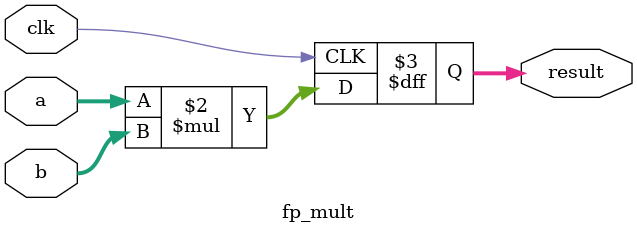
<source format=v>
module fp_mult(
    input clk,
    input [31:0] a,
    input [31:0] b,
    output reg [31:0] result // Output is 'reg' because it is driven by a procedural block
);
    // Assuming a simple multiplication for illustrative purposes
    always @(posedge clk) begin
        result <= a * b; // Real FP multiplication would be more complex
    end
endmodule

</source>
